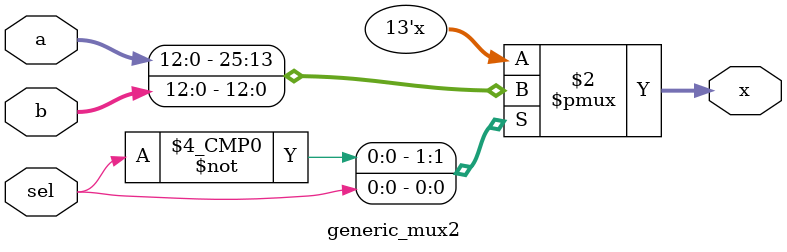
<source format=v>

module generic_mux2
#(parameter WIDTH=13)
(a, b, sel, x);
input [WIDTH-1:0] a, b;
input sel;
output reg [WIDTH-1:0] x;

always @(*)
begin
	case(sel)
		1'b0: x = a;
		1'b1: x = b;
	endcase
end

endmodule 
</source>
